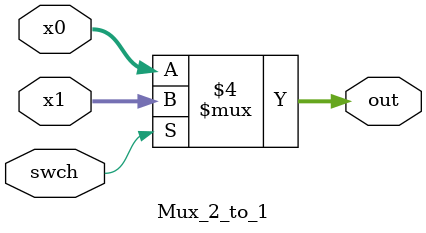
<source format=v>
module Mux_2_to_1 #(parameter WIDTH = 32) (
    input [WIDTH-1:0] x0,
    input [WIDTH-1:0] x1,
    input swch, 
    output reg [WIDTH-1:0] out);

    always @(*) begin
    if (swch == 1'b0) begin
        out = x0;
    end
    else begin
        out = x1;
    end
    end

endmodule

</source>
